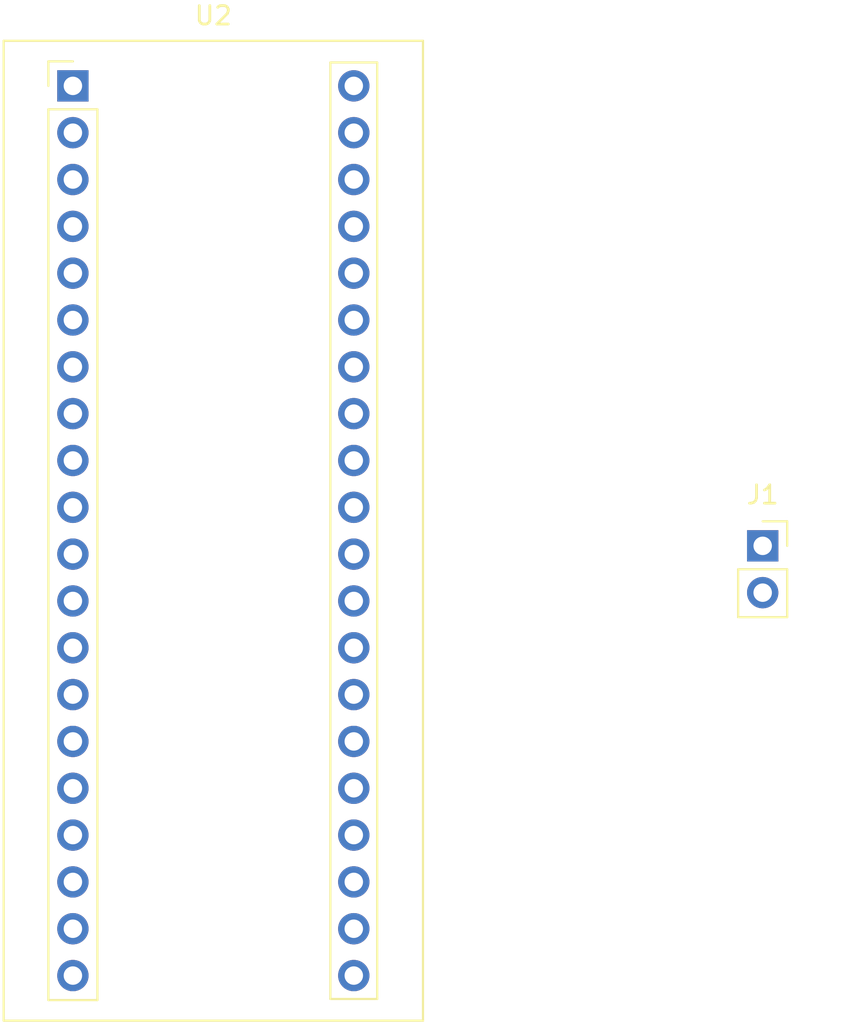
<source format=kicad_pcb>
(kicad_pcb (version 20211014) (generator pcbnew)
  (layers (0 "F.Cu" signal) (31 "B.Cu" signal) (34 "B.Paste" user) (35 "F.Paste" user) (36 "B.SilkS" user "B.Silkscreen") (37 "F.SilkS" user "F.Silkscreen") (38 "B.Mask" user) (39 "F.Mask" user) (44 "Edge.Cuts" user))
  (net 0 "")
  (net 1 "+5V")
  (net 2 "GND")
  (footprint "Connector_PinSocket_2.54mm:PinSocket_1x02_P2.54mm_Vertical" (layer "F.Cu") (at 200.625 93.55)
    (fp_text reference "J1" (at 0 -2.77) (layer "F.SilkS"))
    (fp_text value "Alimentacion ")
    (fp_line (start -1.33 3.87) (end 1.33 3.87) (layer "F.SilkS") (width 0.12))
    (fp_line (start 1.33 1.27) (end 1.33 3.87) (layer "F.SilkS") (width 0.12))
    (fp_line (start -1.33 1.27) (end 1.33 1.27) (layer "F.SilkS") (width 0.12))
    (fp_line (start 0 -1.33) (end 1.33 -1.33) (layer "F.SilkS") (width 0.12))
    (fp_line (start 1.33 -1.33) (end 1.33 0) (layer "F.SilkS") (width 0.12))
    (fp_line (start -1.33 1.27) (end -1.33 3.87) (layer "F.SilkS") (width 0.12))
    (pad "1" thru_hole rect (at 0 0) (size 1.7 1.7) (drill 1) (layers *.Cu *.Mask) (net 1 "+5V"))
    (pad "2" thru_hole oval (at 0 2.54) (size 1.7 1.7) (drill 1) (layers *.Cu *.Mask) (net 2 "GND"))
  )
  (footprint "EESTN5:BluePill" (layer "F.Cu") (at 163.2 68.6)
    (fp_text reference "U2" (at 7.62 -3.81) (layer "F.SilkS"))
    (fp_text value "BluePill" hide)
    (fp_line (start 16.51 -1.27) (end 16.51 49.53) (layer "F.SilkS") (width 0.12))
    (fp_line (start 18.995 50.705) (end -3.755 50.705) (layer "F.SilkS") (width 0.12))
    (fp_line (start 16.51 49.53) (end 13.97 49.53) (layer "F.SilkS") (width 0.12))
    (fp_line (start -3.755 -2.445) (end 18.995 -2.445) (layer "F.SilkS") (width 0.12))
    (fp_line (start -1.33 1.27) (end 1.33 1.27) (layer "F.SilkS") (width 0.12))
    (fp_line (start -1.33 49.59) (end -1.33 1.27) (layer "F.SilkS") (width 0.12))
    (fp_line (start -1.33 -1.33) (end 0 -1.33) (layer "F.SilkS") (width 0.12))
    (fp_line (start 13.97 49.53) (end 13.97 -1.27) (layer "F.SilkS") (width 0.12))
    (fp_line (start 1.33 49.59) (end -1.33 49.59) (layer "F.SilkS") (width 0.12))
    (fp_line (start 13.97 -1.27) (end 16.51 -1.27) (layer "F.SilkS") (width 0.12))
    (fp_line (start -1.33 0) (end -1.33 -1.33) (layer "F.SilkS") (width 0.12))
    (fp_line (start 1.33 1.27) (end 1.33 49.59) (layer "F.SilkS") (width 0.12))
    (fp_line (start -3.755 50.705) (end -3.755 -2.445) (layer "F.SilkS") (width 0.12))
    (fp_line (start 18.995 -2.445) (end 18.995 50.705) (layer "F.SilkS") (width 0.12))
    (pad "1" thru_hole rect locked (at 0 0) (size 1.7 1.7) (drill 1) (layers *.Cu *.Mask))
    (pad "2" thru_hole circle locked (at 0 2.54) (size 1.7 1.7) (drill 1) (layers *.Cu *.Mask))
    (pad "3" thru_hole circle locked (at 0 5.08) (size 1.7 1.7) (drill 1) (layers *.Cu *.Mask))
    (pad "4" thru_hole circle locked (at 0 7.62) (size 1.7 1.7) (drill 1) (layers *.Cu *.Mask))
    (pad "5" thru_hole circle locked (at 0 10.16) (size 1.7 1.7) (drill 1) (layers *.Cu *.Mask))
    (pad "6" thru_hole circle locked (at 0 12.7) (size 1.7 1.7) (drill 1) (layers *.Cu *.Mask))
    (pad "7" thru_hole circle locked (at 0 15.24) (size 1.7 1.7) (drill 1) (layers *.Cu *.Mask))
    (pad "8" thru_hole circle locked (at 0 17.78) (size 1.7 1.7) (drill 1) (layers *.Cu *.Mask))
    (pad "9" thru_hole circle locked (at 0 20.32) (size 1.7 1.7) (drill 1) (layers *.Cu *.Mask))
    (pad "10" thru_hole circle locked (at 0 22.86) (size 1.7 1.7) (drill 1) (layers *.Cu *.Mask))
    (pad "11" thru_hole circle locked (at 0 25.4) (size 1.7 1.7) (drill 1) (layers *.Cu *.Mask))
    (pad "12" thru_hole circle locked (at 0 27.94) (size 1.7 1.7) (drill 1) (layers *.Cu *.Mask))
    (pad "13" thru_hole circle locked (at 0 30.48) (size 1.7 1.7) (drill 1) (layers *.Cu *.Mask))
    (pad "14" thru_hole circle locked (at 0 33.02) (size 1.7 1.7) (drill 1) (layers *.Cu *.Mask))
    (pad "15" thru_hole circle locked (at 0 35.56) (size 1.7 1.7) (drill 1) (layers *.Cu *.Mask))
    (pad "16" thru_hole circle locked (at 0 38.1) (size 1.7 1.7) (drill 1) (layers *.Cu *.Mask))
    (pad "17" thru_hole circle locked (at 0 40.64) (size 1.7 1.7) (drill 1) (layers *.Cu *.Mask))
    (pad "18" thru_hole circle locked (at 0 43.18) (size 1.7 1.7) (drill 1) (layers *.Cu *.Mask))
    (pad "19" thru_hole circle locked (at 0 45.72) (size 1.7 1.7) (drill 1) (layers *.Cu *.Mask))
    (pad "20" thru_hole circle locked (at 0 48.26) (size 1.7 1.7) (drill 1) (layers *.Cu *.Mask))
    (pad "21" thru_hole circle locked (at 15.24 48.26) (size 1.7 1.7) (drill 1) (layers *.Cu *.Mask))
    (pad "22" thru_hole circle locked (at 15.24 45.72) (size 1.7 1.7) (drill 1) (layers *.Cu *.Mask))
    (pad "23" thru_hole circle locked (at 15.24 43.18) (size 1.7 1.7) (drill 1) (layers *.Cu *.Mask))
    (pad "24" thru_hole circle locked (at 15.24 40.64) (size 1.7 1.7) (drill 1) (layers *.Cu *.Mask))
    (pad "25" thru_hole circle locked (at 15.24 38.1) (size 1.7 1.7) (drill 1) (layers *.Cu *.Mask))
    (pad "26" thru_hole circle locked (at 15.24 35.56) (size 1.7 1.7) (drill 1) (layers *.Cu *.Mask))
    (pad "27" thru_hole circle locked (at 15.24 33.02) (size 1.7 1.7) (drill 1) (layers *.Cu *.Mask))
    (pad "28" thru_hole circle locked (at 15.24 30.48) (size 1.7 1.7) (drill 1) (layers *.Cu *.Mask))
    (pad "29" thru_hole circle locked (at 15.24 27.94) (size 1.7 1.7) (drill 1) (layers *.Cu *.Mask))
    (pad "30" thru_hole circle locked (at 15.24 25.4) (size 1.7 1.7) (drill 1) (layers *.Cu *.Mask))
    (pad "31" thru_hole circle locked (at 15.24 22.86) (size 1.7 1.7) (drill 1) (layers *.Cu *.Mask))
    (pad "32" thru_hole circle locked (at 15.24 20.32) (size 1.7 1.7) (drill 1) (layers *.Cu *.Mask))
    (pad "33" thru_hole circle locked (at 15.24 17.78) (size 1.7 1.7) (drill 1) (layers *.Cu *.Mask))
    (pad "34" thru_hole circle locked (at 15.24 15.24) (size 1.7 1.7) (drill 1) (layers *.Cu *.Mask))
    (pad "35" thru_hole circle locked (at 15.24 12.7) (size 1.7 1.7) (drill 1) (layers *.Cu *.Mask))
    (pad "36" thru_hole circle locked (at 15.24 10.16) (size 1.7 1.7) (drill 1) (layers *.Cu *.Mask))
    (pad "37" thru_hole circle locked (at 15.24 7.62) (size 1.7 1.7) (drill 1) (layers *.Cu *.Mask))
    (pad "38" thru_hole circle locked (at 15.24 5.08) (size 1.7 1.7) (drill 1) (layers *.Cu *.Mask))
    (pad "39" thru_hole circle locked (at 15.24 2.54) (size 1.7 1.7) (drill 1) (layers *.Cu *.Mask))
    (pad "40" thru_hole circle locked (at 15.24 0) (size 1.7 1.7) (drill 1) (layers *.Cu *.Mask))
  )
)
</source>
